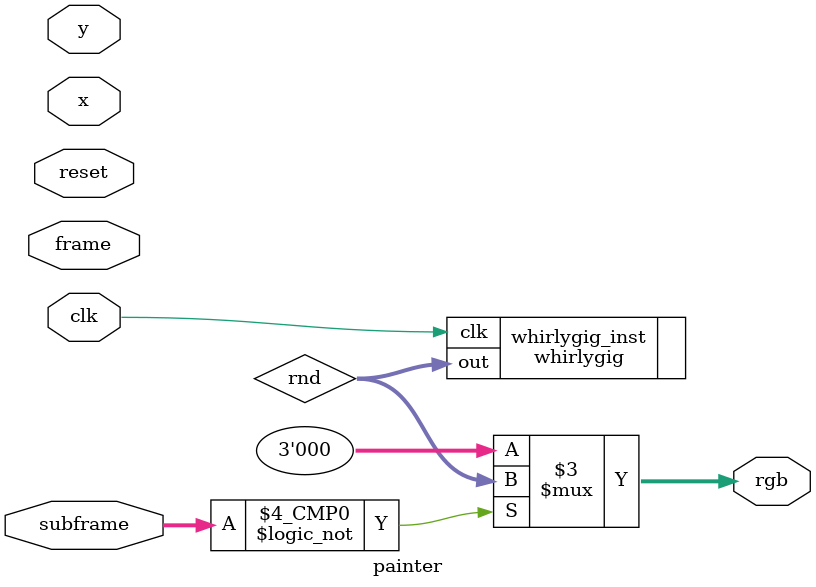
<source format=v>
`default_nettype none

`include "led-simple.v"
`include "whirlygig.v"

module top (
        input         CLK,
        input         BTN_N,
        output [15:0] LED_PANEL);

    led_main led_main (
        .CLK(CLK),
        .resetn_btn(BTN_N),
        .LED_PANEL(LED_PANEL));

endmodule


module painter(
        input        clk,
        input        reset,
        input [12:0] frame,
        input  [7:0] subframe,
        input  [5:0] x,
        input  [5:0] y,
        output reg [2:0] rgb);

    whirlygig #(.cCountResultWidth(3)) whirlygig_inst(
        .clk(clk),
        .out(rnd));

    wire [2:0] rnd;

    always @(clk) begin
        case(subframe)
            0:
                rgb <= rnd;
            default:
                rgb <= 3'd0;
        endcase
    end

endmodule

</source>
